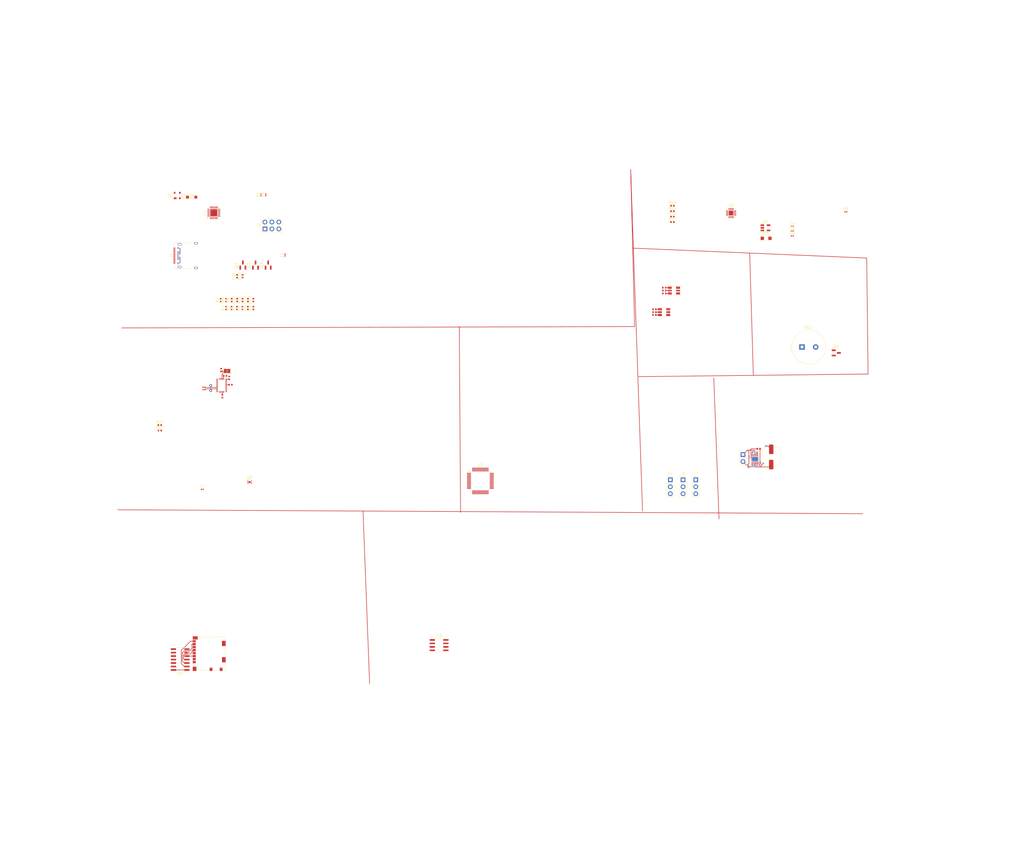
<source format=kicad_pcb>
(kicad_pcb (version 20240108) (generator "pcbnew") (generator_version "8.0")
  (layers (0 "F.Cu" mixed) (1 "In1.Cu" signal) (2 "In2.Cu" signal) (31 "B.Cu" power) (34 "B.Paste" user) (35 "F.Paste" user) (36 "B.SilkS" user "B.Silkscreen") (37 "F.SilkS" user "F.Silkscreen") (38 "B.Mask" user) (39 "F.Mask" user) (44 "Edge.Cuts" user))
  (net 0 "")
  (net 1 "Net-(ADR1-B)")
  (net 2 "GND")
  (net 3 "Net-(D1-GND)")
  (net 4 "Net-(U6-XOUT32{slash}CLKSEL1)")
  (net 5 "Net-(U6-XIN32)")
  (net 6 "Net-(U9-IN)")
  (net 7 "Net-(D6-K)")
  (net 8 "+3.3V")
  (net 9 "Net-(U6-CAP)")
  (net 10 "Net-(D1-I{slash}O1)")
  (net 11 "Net-(D1-I{slash}O2)")
  (net 12 "Net-(D2-A)")
  (net 13 "Net-(D2-K)")
  (net 14 "Net-(D3-A)")
  (net 15 "Net-(D3-K)")
  (net 16 "Net-(D5-A)")
  (net 17 "Net-(J2-Pin_3)")
  (net 18 "Net-(J2-Pin_2)")
  (net 19 "Net-(J2-Pin_6)")
  (net 20 "UPDI")
  (net 21 "Net-(J3-CMD)")
  (net 22 "Net-(J3-DAT1)")
  (net 23 "Net-(J3-DAT0)")
  (net 24 "CD")
  (net 25 "Net-(J3-CLK)")
  (net 26 "/RX_UPDI")
  (net 27 "TX0")
  (net 28 "RX0")
  (net 29 "Net-(U9-EN)")
  (net 30 "Net-(U9-FB)")
  (net 31 "Net-(U6-~{RST})")
  (net 32 "Net-(U6-ENV_SCL)")
  (net 33 "Net-(U6-ENV_SDA)")
  (net 34 "SDA")
  (net 35 "SCL")
  (net 36 "Net-(U6-~{BOOT})")
  (net 50 "EJEC_SERVO")
  (net 51 "Net-(PORTSIDE_RGB1-RA)")
  (net 52 "PA3{slash}SS")
  (net 53 "PA1{slash}MOSI")
  (net 55 "Net-(PORTSIDE_RGB1-BA)")
  (net 57 "Net-(PORTSIDE_RGB1-GA)")
  (net 61 "D5")
  (net 63 "D6")
  (net 64 "BUZZER")
  (net 67 "PA0{slash}MISO")
  (net 68 "Net-(BZ1--)")
  (net 70 "D4")
  (net 74 "Net-(J1-CC1)")
  (net 75 "Net-(STARBOARD_RGB1-BA)")
  (net 76 "D7")
  (net 79 "Net-(STARBOARD_RGB1-RA)")
  (net 82 "Net-(STARBOARD_RGB1-GA)")
  (net 83 "PA2{slash}SCK")
  (net 84 "PORT_SERVO")
  (net 94 "PS1")
  (net 98 "INT")
  (net 99 "PS0{slash}WAKE")
  (net 104 "STAR_BLUE")
  (net 105 "STAR_SERVO")
  (net 106 "STAR_GREEN")
  (net 107 "PORT_GREEN")
  (net 108 "STAR_RED")
  (net 109 "PORT_RED")
  (net 110 "PORT_BLUE")
  (net 112 "Net-(L1-Pad2)")
  (net 114 "+5V")
  (net 118 "Net-(J1-CC2)")
  (net 121 "/TX_UPDI")
  (net 122 "TEMP_SENSOR")
  (footprint "Capacitor_SMD:C_0201_0603Metric" (layer "F.Cu") (at 258.89 34.34)
    (property "Reference" "C6")
    (property "Value" "1u")
  )
  (footprint "Connector_PinHeader_2.54mm:PinHeader_2x03_P2.54mm_Vertical" (layer "F.Cu") (at 66.08 31.82 90)
    (property "Reference" "J2")
    (property "Value" "Conn_02x03_Pin")
  )
  (footprint "LED_SMD:LED_0201_0603Metric" (layer "F.Cu") (at 64.63 19.335 90)
    (property "Reference" "D2")
    (property "Value" "LED")
  )
  (footprint "Resistor_SMD:R_0402_1005Metric" (layer "F.Cu") (at 59.87 60.76 90)
    (property "Reference" "R5")
    (property "Value" "0")
  )
  (footprint "Capacitor_SMD:C_0201_0603Metric" (layer "F.Cu") (at 258.89 32.59)
    (property "Reference" "C5")
    (property "Value" "22u")
  )
  (footprint "Resistor_SMD:R_0402_1005Metric" (layer "F.Cu") (at 215.0575 25.31)
    (property "Reference" "R15")
    (property "Value" "100k")
  )
  (footprint "Resistor_SMD:R_0402_1005Metric" (layer "F.Cu") (at 27.63 105.56)
    (property "Reference" "R22")
    (property "Value" "2k2")
  )
  (footprint "Capacitor_SMD:C_0201_0603Metric" (layer "F.Cu") (at 73.42 41.37 90)
    (property "Reference" "C1")
    (property "Value" "4n7")
  )
  (footprint "Package_DFN_QFN:DFN-10-1EP_3x3mm_P0.5mm_EP1.65x2.38mm_ThermalVias" (layer "F.Cu") (at 245.2 116.005 90)
    (property "Reference" "U8" (hide yes))
    (property "Value" "TPS61092")
  )
  (footprint "Resistor_SMD:R_0402_1005Metric" (layer "F.Cu") (at 61.86 60.76 90)
    (property "Reference" "R6")
    (property "Value" "4k7")
  )
  (footprint "Capacitor_SMD:C_0201_0603Metric" (layer "F.Cu") (at 247.36 118.55 45)
    (property "Reference" "C9" (hide yes))
    (property "Value" "2u2")
  )
  (footprint "Package_SO:SOIC-14_3.9x8.7mm_P1.27mm" (layer "F.Cu") (at 35.095 189.35 180)
    (property "Reference" "U7")
    (property "Value" "TXB0104D")
  )
  (footprint "Resistor_SMD:R_0402_1005Metric" (layer "F.Cu") (at 208.5 61.2)
    (property "Reference" "R25" (hide yes))
    (property "Value" "220")
  )
  (footprint "Package_DFN_QFN:QFN-16-1EP_3x3mm_P0.5mm_EP1.7x1.7mm" (layer "F.Cu") (at 236.5175 26)
    (property "Reference" "U9")
    (property "Value" "MPM3610AGQV-P")
  )
  (footprint "Resistor_SMD:R_0402_1005Metric" (layer "F.Cu") (at 55.89 57.85 90)
    (property "Reference" "R10")
    (property "Value" "4k7")
  )
  (footprint "Resistor_SMD:R_0402_1005Metric" (layer "F.Cu") (at 50.07 83.44 -90)
    (property "Reference" "R23" (hide yes))
    (property "Value" "10k")
  )
  (footprint "Connector_PinHeader_2.54mm:PinHeader_1x03_P2.54mm_Vertical" (layer "F.Cu") (at 218.95 123.595)
    (property "Reference" "J5")
    (property "Value" "PORTSIDE_SERVO")
  )
  (footprint "TestPoint:TestPoint_Pad_1.0x1.0mm" (layer "F.Cu") (at 40.8 20.18 90)
    (property "Reference" "TP2")
    (property "Value" "TestPoint")
  )
  (footprint "Capacitor_SMD:C_0201_0603Metric" (layer "F.Cu") (at 43.19 127.07)
    (property "Reference" "C7")
    (property "Value" "0u1F")
  )
  (footprint "LED_SMD:LED_ROHM_SMLVN6" (layer "F.Cu") (at 215.61 54.36)
    (property "Reference" "PORTSIDE_RGB1" (hide yes))
    (property "Value" "SMLVN6RGB")
  )
  (footprint "Resistor_SMD:R_0402_1005Metric" (layer "F.Cu") (at 215.0575 23.32)
    (property "Reference" "R14")
    (property "Value" "100k")
  )
  (footprint "Resistor_SMD:R_0402_1005Metric" (layer "F.Cu") (at 212.08 55.42 180)
    (property "Reference" "R30" (hide yes))
    (property "Value" "220")
  )
  (footprint "Resistor_SMD:R_0402_1005Metric" (layer "F.Cu") (at 49.92 57.85 90)
    (property "Reference" "R7")
    (property "Value" "4k7")
  )
  (footprint "Resistor_SMD:R_0402_1005Metric" (layer "F.Cu") (at 51.91 60.76 90)
    (property "Reference" "R1")
    (property "Value" "1M")
  )
  (footprint "Capacitor_SMD:CP_Elec_6.3x5.4" (layer "F.Cu") (at 251.19 115.22 90)
    (property "Reference" "C10" (hide yes))
    (property "Value" "100u")
  )
  (footprint "Resistor_SMD:R_0402_1005Metric" (layer "F.Cu") (at 215.0575 29.29)
    (property "Reference" "R17")
    (property "Value" "330R")
  )
  (footprint "Resistor_SMD:R_0402_1005Metric" (layer "F.Cu") (at 55.89 49.12 90)
    (property "Reference" "R31")
    (property "Value" "5k1")
  )
  (footprint "Resistor_SMD:R_0402_1005Metric" (layer "F.Cu") (at 212.07 53.31 180)
    (property "Reference" "R28" (hide yes))
    (property "Value" "220")
  )
  (footprint "LED_SMD:LED_ROHM_SMLVN6" (layer "F.Cu") (at 212.01 62.25)
    (property "Reference" "STARBOARD_RGB1" (hide yes))
    (property "Value" "SMLVN6RGB")
  )
  (footprint "Resistor_SMD:R_0402_1005Metric" (layer "F.Cu") (at 212.07 54.35 180)
    (property "Reference" "R29" (hide yes))
    (property "Value" "220")
  )
  (footprint "Resistor_SMD:R_0402_1005Metric" (layer "F.Cu") (at 215.0575 27.3)
    (property "Reference" "R16")
    (property "Value" "19k1")
  )
  (footprint "Diode_SMD:Nexperia_CFP3_SOD-123W" (layer "F.Cu") (at 249.3225 35.25)
    (property "Reference" "D6")
    (property "Value" "PMEG6020ER")
  )
  (footprint "Resistor_SMD:R_0402_1005Metric" (layer "F.Cu") (at 53.03 86.3 90)
    (property "Reference" "R19" (hide yes))
    (property "Value" "4k7")
  )
  (footprint "Resistor_SMD:R_0402_1005Metric" (layer "F.Cu") (at 27.63 103.57)
    (property "Reference" "R21")
    (property "Value" "2k2")
  )
  (footprint "Resistor_SMD:R_0402_1005Metric" (layer "F.Cu") (at 57.88 57.85 90)
    (property "Reference" "R11")
    (property "Value" "4k7")
  )
  (footprint "Resistor_SMD:R_0402_1005Metric" (layer "F.Cu") (at 53.9 60.76 90)
    (property "Reference" "R2")
    (property "Value" "4k7")
  )
  (footprint "Capacitor_SMD:C_0201_0603Metric" (layer "F.Cu") (at 43.8 90.61 180)
    (property "Reference" "C3" (hide yes))
    (property "Value" "2p2")
  )
  (footprint "Capacitor_SMD:C_0201_0603Metric" (layer "F.Cu") (at 243.04 115.33 -90)
    (property "Reference" "C8" (hide yes))
    (property "Value" "10u")
  )
  (footprint "Inductor_SMD:L_0402_1005Metric" (layer "F.Cu") (at 246.61 112.24)
    (property "Reference" "L1" (hide yes))
    (property "Value" "6u8")
  )
  (footprint "Buzzer_Beeper:Buzzer_TDK_PS1240P02BT_D12.2mm_H6.5mm" (layer "F.Cu") (at 262.435931 75.01)
    (property "Reference" "BZ1")
    (property "Value" "Buzzer")
  )
  (footprint "LED_SMD:LED_0201_0603Metric" (layer "F.Cu") (at 66.38 19.335 90)
    (property "Reference" "D3")
    (property "Value" "LED")
  )
  (footprint "Jumper:SolderJumper-2_P1.3mm_Bridged2Bar_Pad1.0x1.5mm" (layer "F.Cu") (at 52.23 83.79 180)
    (property "Reference" "ADR1" (hide yes))
    (property "Value" "~")
  )
  (footprint "Package_SO:SOIC-8_3.9x4.9mm_P1.27mm" (layer "F.Cu") (at 129.745 184.075)
    (property "Reference" "U3")
    (property "Value" "AT25DF641A-SH-T")
  )
  (footprint "Package_TO_SOT_SMD:HVSOF5" (layer "F.Cu") (at 60.49 124.429432)
    (property "Reference" "U5")
    (property "Value" "BD1020HFV")
  )
  (footprint "Package_TO_SOT_SMD:SOT-23-5" (layer "F.Cu") (at 249.0775 31.405)
    (property "Reference" "U4")
    (property "Value" "AP2112K-3.3")
  )
  (footprint "Crystal:Crystal_C26-LF_D2.1mm_L6.5mm_Vertical" (layer "F.Cu") (at 46.25 89.06 -90)
    (property "Reference" "Y1" (hide yes))
    (property "Value" "32.768kHz")
  )
  (footprint "Resistor_SMD:R_0402_1005Metric" (layer "F.Cu") (at 51.51 85.56)
    (property "Reference" "R20" (hide yes))
    (property "Value" "4k7")
  )
  (footprint "Resistor_SMD:R_0402_1005Metric" (layer "F.Cu") (at 57.88 60.76 90)
    (property "Reference" "R4")
    (property "Value" "330")
  )
  (footprint "Capacitor_SMD:C_0201_0603Metric" (layer "F.Cu") (at 43.77 89.72 180)
    (property "Reference" "C2" (hide yes))
    (property "Value" "2p2")
  )
  (footprint "Resistor_SMD:R_0402_1005Metric" (layer "F.Cu") (at 59.87 57.85 90)
    (property "Reference" "R12")
    (property "Value" "4k7")
  )
  (footprint "Resistor_SMD:R_0402_1005Metric" (layer "F.Cu") (at 208.51 62.26)
    (property "Reference" "R26" (hide yes))
    (property "Value" "220")
  )
  (footprint "TestPoint:TestPoint_Pad_1.0x1.0mm" (layer "F.Cu") (at 37.75 20.18 90)
    (property "Reference" "TP1")
    (property "Value" "TestPoint")
  )
  (footprint "Resistor_SMD:R_0402_1005Metric" (layer "F.Cu") (at 55.89 60.76 90)
    (property "Reference" "R3")
    (property "Value" "330")
  )
  (footprint "LED_SMD:LED_0201_0603Metric" (layer "F.Cu") (at 278.475 25.55)
    (property "Reference" "D5")
    (property "Value" "GREEN")
  )
  (footprint "Connector_PinHeader_2.54mm:PinHeader_1x03_P2.54mm_Vertical" (layer "F.Cu") (at 214.3 123.595)
    (property "Reference" "J4")
    (property "Value" "STARBOARD_SERVO")
  )
  (footprint "Connector_PinHeader_2.54mm:PinHeader_1x02_P2.54mm_Vertical" (layer "F.Cu") (at 240.85 114.365)
    (property "Reference" "J6" (hide yes))
    (property "Value" "Conn_01x02_Pin")
  )
  (footprint "Resistor_SMD:R_0402_1005Metric" (layer "F.Cu") (at 53.9 57.85 90)
    (property "Reference" "R9")
    (property "Value" "4k7")
  )
  (footprint "Resistor_SMD:R_0402_1005Metric" (layer "F.Cu") (at 50.51 93.01 90)
    (property "Reference" "R24" (hide yes))
    (property "Value" "10k")
  )
  (footprint "Resistor_SMD:R_0402_1005Metric" (layer "F.Cu") (at 208.48 63.28)
    (property "Reference" "R27" (hide yes))
    (property "Value" "220")
  )
  (footprint "Package_TO_SOT_SMD:SOT-23" (layer "F.Cu") (at 62.63 45.04 90)
    (property "Reference" "Q2")
    (property "Value" "BSS138")
  )
  (footprint "Resistor_SMD:R_0402_1005Metric" (layer "F.Cu") (at 57.88 49.12 90)
    (property "Reference" "R32")
    (property "Value" "5k1")
  )
  (footprint "Package_LGA:LGA-28_5.2x3.8mm_P0.5mm" (layer "F.Cu") (at 50.2525 89.05 90)
    (property "Reference" "U6" (hide yes))
    (property "Value" "BNO086")
  )
  (footprint "Package_TO_SOT_SMD:SOT-23" (layer "F.Cu") (at 58.005 45.04 90)
    (property "Reference" "Q1")
    (property "Value" "BSS138")
  )
  (footprint "Package_DFN_QFN:QFN-24-1EP_4x4mm_P0.5mm_EP2.6x2.6mm" (layer "F.Cu") (at 47.38 25.89 90)
    (property "Reference" "U1")
    (property "Value" "ATSAMD11D14A-M")
  )
  (footprint "Package_TO_SOT_SMD:SOT-23" (layer "F.Cu") (at 274.9775 77.16)
    (property "Reference" "Q4")
    (property "Value" "BSS138")
  )
  (footprint "Resistor_SMD:R_0402_1005Metric" (layer "F.Cu") (at 53.48 88.8)
    (property "Reference" "R18" (hide yes))
    (property "Value" "10k")
  )
  (footprint "Connector_USB:USB_C_Receptacle_Amphenol_12401548E4-2A" (layer "F.Cu") (at 38 41.57 90)
    (property "Reference" "J1")
    (property "Value" "USB_C_Receptacle_USB2.0_16P")
  )
  (footprint "Resistor_SMD:R_0402_1005Metric" (layer "F.Cu") (at 51.91 57.85 90)
    (property "Reference" "R8")
    (property "Value" "DNP")
  )
  (footprint "Package_TO_SOT_SMD:SOT-143" (layer "F.Cu") (at 34.005 19.58 90)
    (property "Reference" "D1")
    (property "Value" "PRTR5V0U2X")
  )
  (footprint "Capacitor_SMD:C_0201_0603Metric" (layer "F.Cu") (at 258.89 30.84)
    (property "Reference" "C4")
    (property "Value" "22u")
  )
  (footprint "Package_QFP:TQFP-48_7x7mm_P0.5mm" (layer "F.Cu") (at 144.8475 123.99)
    (property "Reference" "U2")
    (property "Value" "ATmega4809-A")
  )
  (footprint "Connector_Card:microSD_HC_Molex_104031-0811" (layer "F.Cu") (at 45.6775 187.18 90)
    (property "Reference" "J3")
    (property "Value" "Micro_SD_Card_Det1")
  )
  (footprint "Connector_PinHeader_2.54mm:PinHeader_1x03_P2.54mm_Vertical" (layer "F.Cu") (at 223.6 123.595)
    (property "Reference" "J7")
    (property "Value" "EJECTION_SERVO")
  )
  (footprint "Package_TO_SOT_SMD:SOT-23" (layer "F.Cu") (at 67.255 45.04 90)
    (property "Reference" "Q3")
    (property "Value" "BSS138")
  )
  (footprint "Resistor_SMD:R_0402_1005Metric" (layer "F.Cu") (at 61.86 57.85 90)
    (property "Reference" "R13")
    (property "Value" "4k7")
  )
  (gr_line (start 243.3125 40.6525) (end 244.645 85.37) (stroke (width 0.2)) (layer "F.Cu"))
  (gr_line (start 13.71 68.02) (end 201.25 67.53) (stroke (width 0.2)) (layer "F.Cu"))
  (gr_line (start 201.25 67.53) (end 199.8 10.16) (stroke (width 0.2)) (layer "F.Cu"))
  (gr_line (start 230.18 86.34) (end 232.11 137.92) (stroke (width 0.2)) (layer "F.Cu"))
  (gr_line (start 199.8 10.16) (end 204.14 135.03) (stroke (width 0.2)) (layer "F.Cu"))
  (gr_line (start 286.59 84.89) (end 286.1 42.46) (stroke (width 0.2)) (layer "F.Cu"))
  (gr_line (start 284.66 135.99) (end 12.26 134.55) (stroke (width 0.2)) (layer "F.Cu"))
  (gr_line (start 137.13 67.53) (end 137.61 135.51) (stroke (width 0.2)) (layer "F.Cu"))
  (gr_line (start 202.7 85.85) (end 286.59 84.89) (stroke (width 0.2)) (layer "F.Cu"))
  (gr_line (start 101.94 135.03) (end 104.35 198.19) (stroke (width 0.2)) (layer "F.Cu"))
  (gr_line (start 286.1 42.46) (end 200.525 38.845) (stroke (width 0.2)) (layer "F.Cu"))
  (segment (start 50.68 84.941076) (end 50.43 85.191076) (width 0.2) (layer "F.Cu") (net 1))
  (segment (start 50.43 86.59) (end 50.5025 86.6625) (width 0.2) (layer "F.Cu") (net 1))
  (segment (start 51.58 83.79) (end 50.67 83.79) (width 0.2) (layer "F.Cu") (net 1))
  (segment (start 50.68 83.8) (end 50.68 84.941076) (width 0.2) (layer "F.Cu") (net 1))
  (segment (start 50.23 83.79) (end 50.07 83.95) (width 0.2) (layer "F.Cu") (net 1))
  (segment (start 50.67 83.79) (end 50.68 83.8) (width 0.2) (layer "F.Cu") (net 1))
  (segment (start 50.43 85.191076) (end 50.43 86.59) (width 0.2) (layer "F.Cu") (net 1))
  (segment (start 50.67 83.79) (end 50.23 83.79) (width 0.2) (layer "F.Cu") (net 1))
  (segment (start 244.2 114.555) (end 244.2 113.68) (width 0.2) (layer "F.Cu") (net 2))
  (segment (start 247.586274 118.233726) (end 248.22 117.6) (width 0.2) (layer "F.Cu") (net 2))
  (segment (start 251.19 112.42) (end 250.02 111.25) (width 0.2) (layer "F.Cu") (net 2))
  (segment (start 243.25 118.79) (end 242.64 118.18) (width 0.2) (layer "F.Cu") (net 2))
  (segment (start 246.2 117.455) (end 246.667942 117.455) (width 0.2) (layer "F.Cu") (net 2))
  (segment (start 250.02 111.25) (end 249.22 111.25) (width 0.2) (layer "F.Cu") (net 2))
  (segment (start 245.2 118.79) (end 243.25 118.79) (width 0.2) (layer "F.Cu") (net 2))
  (segment (start 242.64 118.18) (end 242.64 118.8) (width 0.2) (layer "F.Cu") (net 2))
  (segment (start 242.64 118.8) (end 242.92 119.08) (width 0.2) (layer "F.Cu") (net 2))
  (segment (start 242.125 118.18) (end 240.85 116.905) (width 0.2) (layer "F.Cu") (net 2))
  (segment (start 246.2 114.555) (end 246.2 113.79) (width 0.2) (layer "F.Cu") (net 2))
  (segment (start 242.47 118.18) (end 242.125 118.18) (width 0.2) (layer "F.Cu") (net 2))
  (segment (start 244.2 113.68) (end 244.53 113.35) (width 0.2) (layer "F.Cu") (net 2))
  (segment (start 243.04 117.61) (end 242.47 118.18) (width 0.2) (layer "F.Cu") (net 2))
  (segment (start 247.586274 118.323726) (end 247.586274 118.233726) (width 0.2) (layer "F.Cu") (net 2))
  (segment (start 245.2 117.455) (end 245.2 118.79) (width 0.2) (layer "F.Cu") (net 2))
  (segment (start 246.667942 117.455) (end 246.741471 117.381471) (width 0.2) (layer "F.Cu") (net 2))
  (segment (start 242.64 118.18) (end 242.47 118.18) (width 0.2) (layer "F.Cu") (net 2))
  (segment (start 243.04 115.65) (end 243.04 117.61) (width 0.2) (layer "F.Cu") (net 2))
  (segment (start 245.7 113.83) (end 245.97 113.56) (width 0.2) (layer "F.Cu") (net 2))
  (segment (start 246.2 113.79) (end 245.97 113.56) (width 0.2) (layer "F.Cu") (net 2))
  (segment (start 245.7 114.555) (end 245.7 113.83) (width 0.2) (layer "F.Cu") (net 2))
  (via (at 249.22 111.25) (size 0.6) (drill 0.3) (layers "F.Cu" "B.Cu") (net 2))
  (via (at 248.22 117.6) (size 0.6) (drill 0.3) (layers "F.Cu" "B.Cu") (net 2))
  (via (at 244.53 113.35) (size 0.6) (drill 0.3) (layers "F.Cu" "B.Cu") (net 2))
  (via (at 245.97 113.56) (size 0.6) (drill 0.3) (layers "F.Cu" "B.Cu") (net 2))
  (via (at 242.92 119.08) (size 0.6) (drill 0.3) (layers "F.Cu" "B.Cu") (net 2))
  (via (at 246.741471 117.381471) (size 0.6) (drill 0.3) (layers "F.Cu" "B.Cu") (net 2))
  (segment (start 245.2 112.79) (end 245.2 114.555) (width 0.2) (layer "F.Cu") (net 3))
  (segment (start 243.04 115.01) (end 243.04 113.15) (width 0.2) (layer "F.Cu") (net 3))
  (segment (start 243.76 115.283553) (end 243.76 112.75) (width 0.2) (layer "F.Cu") (net 3))
  (segment (start 243.906447 115.43) (end 243.76 115.283553) (width 0.2) (layer "F.Cu") (net 3))
  (segment (start 243.04 113.15) (end 242.64 112.75) (width 0.2) (layer "F.Cu") (net 3))
  (segment (start 243.425 112.75) (end 242.64 112.75) (width 0.2) (layer "F.Cu") (net 3))
  (segment (start 243.935 112.24) (end 243.425 112.75) (width 0.2) (layer "F.Cu") (net 3))
  (segment (start 242.465 112.75) (end 240.85 114.365) (width 0.2) (layer "F.Cu") (net 3))
  (segment (start 245.16 112.75) (end 245.2 112.79) (width 0.2) (layer "F.Cu") (net 3))
  (segment (start 243.425 112.75) (end 243.76 112.75) (width 0.2) (layer "F.Cu") (net 3))
  (segment (start 244.26 115.43) (end 243.906447 115.43) (width 0.2) (layer "F.Cu") (net 3))
  (segment (start 242.64 112.75) (end 242.465 112.75) (width 0.2) (layer "F.Cu") (net 3))
  (segment (start 246.125 112.24) (end 243.935 112.24) (width 0.2) (layer "F.Cu") (net 3))
  (segment (start 243.76 112.75) (end 245.16 112.75) (width 0.2) (layer "F.Cu") (net 3))
  (segment (start 44.09 89.72) (end 44.17 89.8) (width 0.2) (layer "F.Cu") (net 4))
  (segment (start 46.28 89.8) (end 48.59 89.8) (width 0.2) (layer "F.Cu") (net 4))
  (segment (start 46.28 89.09) (end 46.25 89.06) (width 0.2) (layer "F.Cu") (net 4))
  (segment (start 46.28 89.8) (end 46.28 89.09) (width 0.2) (layer "F.Cu") (net 4))
  (segment (start 44.17 89.8) (end 46.28 89.8) (width 0.2) (layer "F.Cu") (net 4))
  (segment (start 44.43 90.3) (end 44.12 90.61) (width 0.2) (layer "F.Cu") (net 5))
  (segment (start 46.25 90.96) (end 46.25 90.31) (width 0.2) (layer "F.Cu") (net 5))
  (segment (start 46.25 90.31) (end 46.24 90.3) (width 0.2) (layer "F.Cu") (net 5))
  (segment (start 46.24 90.3) (end 44.43 90.3) (width 0.2) (layer "F.Cu") (net 5))
  (segment (start 48.59 90.3) (end 46.24 90.3) (width 0.2) (layer "F.Cu") (net 5))
  (segment (start 37.57 193.16) (end 32.62 193.16) (width 0.2) (layer "F.Cu") (net 8))
  (segment (start 40.2225 188.08) (end 40.2275 188.085) (width 0.2) (layer "F.Cu") (net 21))
  (segment (start 37.57 188.08) (end 40.2225 188.08) (width 0.2) (layer "F.Cu") (net 21))
  (segment (start 36.595001 191.89) (end 35.48 190.774999) (width 0.2) (layer "F.Cu") (net 22))
  (segment (start 37.57 191.89) (end 36.595001 191.89) (width 0.2) (layer "F.Cu") (net 22))
  (segment (start 35.48 186.014448) (end 38.859448 182.635) (width 0.2) (layer "F.Cu") (net 22))
  (segment (start 35.48 190.774999) (end 35.48 186.014448) (width 0.2) (layer "F.Cu") (net 22))
  (segment (start 38.859448 182.635) (end 40.2275 182.635) (width 0.2) (layer "F.Cu") (net 22))
  (segment (start 36.624448 186.14) (end 38.61 186.14) (width 0.2) (layer "F.Cu") (net 23))
  (segment (start 38.61 186.14) (end 39.3775 185.3725) (width 0.2) (layer "F.Cu") (net 23))
  (segment (start 35.88 189.904999) (end 35.88 186.884448) (width 0.2) (layer "F.Cu") (net 23))
  (segment (start 35.88 186.884448) (end 36.624448 186.14) (width 0.2) (layer "F.Cu") (net 23))
  (segment (start 39.3775 183.785) (end 39.4775 183.685) (width 0.2) (layer "F.Cu") (net 23))
  (segment (start 39.4775 183.685) (end 40.2275 183.685) (width 0.2) (layer "F.Cu") (net 23))
  (segment (start 37.57 190.62) (end 36.595001 190.62) (width 0.2) (layer "F.Cu") (net 23))
  (segment (start 39.3775 185.3725) (end 39.3775 183.785) (width 0.2) (layer "F.Cu") (net 23))
  (segment (start 36.595001 190.62) (end 35.88 189.904999) (width 0.2) (layer "F.Cu") (net 23))
  (segment (start 37.57 189.35) (end 36.595001 189.35) (width 0.2) (layer "F.Cu") (net 25))
  (segment (start 38.75 187.42) (end 39.3775 186.7925) (width 0.2) (layer "F.Cu") (net 25))
  (segment (start 36.28 189.034999) (end 36.28 187.754448) (width 0.2) (layer "F.Cu") (net 25))
  (segment (start 36.595001 189.35) (end 36.28 189.034999) (width 0.2) (layer "F.Cu") (net 25))
  (segment (start 39.3775 186.7925) (end 39.3775 186.26) (width 0.2) (layer "F.Cu") (net 25))
  (segment (start 39.7525 185.885) (end 40.2275 185.885) (width 0.2) (layer "F.Cu") (net 25))
  (segment (start 36.28 187.754448) (end 36.614448 187.42) (width 0.2) (layer "F.Cu") (net 25))
  (segment (start 36.614448 187.42) (end 38.75 187.42) (width 0.2) (layer "F.Cu") (net 25))
  (segment (start 39.3775 186.26) (end 39.7525 185.885) (width 0.2) (layer "F.Cu") (net 25))
  (segment (start 52.97 88.8) (end 51.915 88.8) (width 0.2) (layer "F.Cu") (net 31))
  (segment (start 53.03 86.81) (end 51.925 86.81) (width 0.2) (layer "F.Cu") (net 32))
  (segment (start 51.925 86.81) (end 51.915 86.8) (width 0.2) (layer "F.Cu") (net 32))
  (segment (start 51 85.56) (end 51 86.66) (width 0.2) (layer "F.Cu") (net 33))
  (segment (start 51 86.66) (end 51.0025 86.6625) (width 0.2) (layer "F.Cu") (net 33))
  (segment (start 50.5025 91.4375) (end 50.5025 92.4925) (width 0.2) (layer "F.Cu") (net 36))
  (segment (start 50.5025 92.4925) (end 50.51 92.5) (width 0.2) (layer "F.Cu") (net 36))
  (segment (start 212.59 54.36) (end 212.58 54.35) (width 0.2) (layer "F.Cu") (net 51))
  (segment (start 214.085 54.36) (end 212.59 54.36) (width 0.2) (layer "F.Cu") (net 51))
  (segment (start 214.085 53.31) (end 212.58 53.31) (width 0.2) (layer "F.Cu") (net 55))
  (segment (start 212.6 55.41) (end 212.59 55.42) (width 0.2) (layer "F.Cu") (net 57))
  (segment (start 214.085 55.41) (end 212.6 55.41) (width 0.2) (layer "F.Cu") (net 57))
  (segment (start 210.485 61.2) (end 209.01 61.2) (width 0.2) (layer "F.Cu") (net 75))
  (segment (start 210.485 62.25) (end 209.03 62.25) (width 0.2) (layer "F.Cu") (net 79))
  (segment (start 209.03 62.25) (end 209.02 62.26) (width 0.2) (layer "F.Cu") (net 79))
  (segment (start 210.485 63.3) (end 209.01 63.3) (width 0.2) (layer "F.Cu") (net 82))
  (segment (start 209.01 63.3) (end 208.99 63.28) (width 0.2) (layer "F.Cu") (net 82))
  (segment (start 246.942892 118.028579) (end 247.341471 117.63) (width 0.2) (layer "F.Cu") (net 112))
  (segment (start 247.09 116.881471) (end 247.09 112.245) (width 0.2) (layer "F.Cu") (net 112))
  (segment (start 245.7 117.455) (end 245.7 117.894386) (width 0.2) (layer "F.Cu") (net 112))
  (segment (start 247.341471 117.132942) (end 247.09 116.881471) (width 0.2) (layer "F.Cu") (net 112))
  (segment (start 245.7 117.894386) (end 246.065614 118.26) (width 0.2) (layer "F.Cu") (net 112))
  (segment (start 247.341471 117.63) (end 247.341471 117.132942) (width 0.2) (layer "F.Cu") (net 112))
  (segment (start 246.942892 118.26) (end 246.942892 118.028579) (width 0.2) (layer "F.Cu") (net 112))
  (segment (start 247.09 112.245) (end 247.095 112.24) (width 0.2) (layer "F.Cu") (net 112))
  (segment (start 246.065614 118.26) (end 246.942892 118.26) (width 0.2) (layer "F.Cu") (net 112))
  (segment (start 244.2 117.455) (end 244.2 118.175427) (width 0.2) (layer "F.Cu") (net 114))
  (segment (start 245.799947 118.797979) (end 245.890288 118.88832) (width 0.2) (layer "F.Cu") (net 114))
  (segment (start 244.2 118.175427) (end 244.214574 118.190001) (width 0.2) (layer "F.Cu") (net 114))
  (segment (start 245.890288 118.88832) (end 247.12 118.88832) (width 0.2) (layer "F.Cu") (net 114))
  (segment (start 247.133726 118.776274) (end 247.133726 118.874594) (width 0.2) (layer "F.Cu") (net 114))
  (segment (start 247.133726 118.874594) (end 247.12 118.88832) (width 0.2) (layer "F.Cu") (net 114))
  (segment (start 247.12 118.88832) (end 250.32168 118.88832) (width 0.2) (layer "F.Cu") (net 114))
  (segment (start 250.32168 118.88832) (end 251.19 118.02) (width 0.2) (layer "F.Cu") (net 114))
  (via (at 245.799947 118.797979) (size 0.6) (drill 0.3) (layers "F.Cu" "B.Cu") (net 114))
  (via (at 244.214574 118.190001) (size 0.6) (drill 0.3) (layers "F.Cu" "B.Cu") (net 114))
  (segment (start 244.214574 118.190001) (end 245.191969 118.190001) (width 0.2) (layer "B.Cu") (net 114))
  (segment (start 245.191969 118.190001) (end 245.799947 118.797979) (width 0.2) (layer "B.Cu") (net 114))
)
</source>
